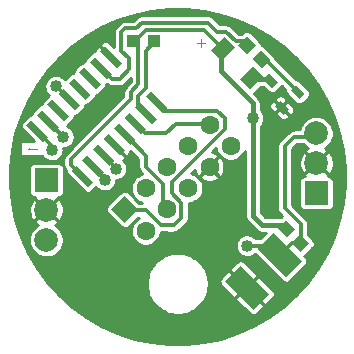
<source format=gbr>
G04 DipTrace 2.4.0.2*
%INBottom.gbr*%
%MOIN*%
%ADD10C,0.0098*%
%ADD14C,0.013*%
%ADD15C,0.0157*%
%ADD17C,0.0633*%
%ADD22C,0.0787*%
%ADD23C,0.04*%
%ADD43C,0.0046*%
%FSLAX44Y44*%
G04*
G70*
G90*
G75*
G01*
%LNBottom*%
%LPD*%
X9145Y12326D2*
D14*
Y12252D1*
X9355Y12042D1*
X11167D1*
X11417Y11792D1*
Y11417D1*
X9667Y9667D1*
Y9292D1*
X9980Y8980D1*
Y8479D1*
X9730Y8229D1*
X9292D1*
X8792Y8730D1*
X8109D1*
X8087Y8752D1*
X7417Y9730D2*
Y9811D1*
X7023Y10205D1*
X5667Y10730D2*
Y10855D1*
X5166Y11355D1*
X5520Y11708D2*
Y11689D1*
X6042Y11167D1*
X6670Y9851D2*
X6292Y10229D1*
Y10417D1*
X8292Y12417D1*
Y12667D1*
X8542Y12917D1*
Y14230D1*
X8395Y14377D1*
Y14333D1*
X8792Y14730D1*
X10730D1*
X11355Y14105D1*
X13480Y8104D2*
D15*
Y8229D1*
X12667D1*
X12355Y8542D1*
Y11792D1*
X11355Y14105D2*
X11292D1*
Y13355D1*
X12355Y12292D1*
Y11792D1*
X6227Y12415D2*
D14*
Y12420D1*
X5792Y12855D1*
X7288Y13476D2*
X7296D1*
X7667Y13105D1*
X7917D1*
X8229Y13417D1*
Y13793D1*
X7979Y14043D1*
Y14668D1*
X8104Y14793D1*
X8479D1*
X8667Y14980D1*
X10855D1*
X11167Y14668D1*
X11480D1*
X11792Y14355D1*
X12042D1*
X12167Y14230D1*
X9064Y14377D2*
Y14315D1*
X8792Y14043D1*
Y12792D1*
X8542Y12542D1*
Y12222D1*
X8791Y11973D1*
X11812Y10980D2*
X11705Y10873D1*
X11622D1*
X7792Y10105D2*
Y10143D1*
X7377Y10559D1*
X8084Y11266D2*
Y11250D1*
X8792Y10542D1*
Y10167D1*
X9355Y9605D1*
Y8898D1*
X9501Y8752D1*
X10915Y11580D2*
Y11605D1*
X9792D1*
X9480Y11292D1*
X8764D1*
X8438Y11619D1*
X13953Y7631D2*
X13655D1*
X13253Y7229D1*
X13953Y7631D2*
Y8256D1*
X13418Y8792D1*
Y10855D1*
X13730Y11167D1*
X14355D1*
X14480Y11292D1*
X13253Y7229D2*
Y7542D1*
X12167D1*
X13855Y12667D2*
X12766Y13757D1*
X12641D1*
X12950Y13043D2*
D15*
Y13105D1*
X12355D1*
X12315Y13145D1*
D23*
X6042Y11167D3*
X5667Y10730D3*
X7417Y9730D3*
X5792Y12855D3*
X12167Y7542D3*
X7542Y14668D3*
X8104Y9542D3*
X9855Y4604D3*
X7792Y10105D3*
X12355Y11792D3*
X13230Y11542D3*
X10542Y7917D3*
X12980Y8855D3*
X8808Y15326D2*
D10*
X10877D1*
X8370Y15229D2*
X11315D1*
X8071Y15132D2*
X8458D1*
X11064D2*
X11613D1*
X7793Y15035D2*
X8041D1*
X11161D2*
X11892D1*
X7576Y14937D2*
X7889D1*
X11258D2*
X12110D1*
X7358Y14840D2*
X7792D1*
X11667D2*
X12327D1*
X7179Y14743D2*
X7733D1*
X11765D2*
X12505D1*
X7012Y14646D2*
X7722D1*
X11862D2*
X12009D1*
X12299D2*
X12673D1*
X6842Y14549D2*
X7722D1*
X12396D2*
X12842D1*
X6703Y14452D2*
X7722D1*
X12493D2*
X12982D1*
X6569Y14355D2*
X7353D1*
X7539D2*
X7722D1*
X12590D2*
X13116D1*
X6435Y14258D2*
X7244D1*
X7648D2*
X7722D1*
X12648D2*
X13250D1*
X6307Y14161D2*
X7147D1*
X12783D2*
X13377D1*
X6200Y14063D2*
X7090D1*
X12880D2*
X13485D1*
X6092Y13966D2*
X6952D1*
X12979D2*
X13593D1*
X5984Y13869D2*
X6855D1*
X13076D2*
X13700D1*
X5881Y13772D2*
X6764D1*
X13123D2*
X13803D1*
X5794Y13675D2*
X6734D1*
X13208D2*
X13891D1*
X5706Y13578D2*
X6564D1*
X13305D2*
X13979D1*
X5618Y13481D2*
X6468D1*
X13402D2*
X14066D1*
X5531Y13384D2*
X6392D1*
X13500D2*
X14154D1*
X5457Y13287D2*
X6280D1*
X13597D2*
X14228D1*
X5386Y13189D2*
X5596D1*
X5987D2*
X6175D1*
X13694D2*
X14298D1*
X5315Y13092D2*
X5482D1*
X13791D2*
X14369D1*
X5245Y12995D2*
X5425D1*
X8168D2*
X8259D1*
X13977D2*
X14440D1*
X5174Y12898D2*
X5402D1*
X8064D2*
X8162D1*
X14074D2*
X14511D1*
X5117Y12801D2*
X5403D1*
X7438D2*
X8073D1*
X12588D2*
X12744D1*
X13269D2*
X13360D1*
X14171D2*
X14569D1*
X5060Y12704D2*
X5429D1*
X7341D2*
X8036D1*
X12491D2*
X12841D1*
X13172D2*
X13426D1*
X14260D2*
X14625D1*
X5005Y12607D2*
X5491D1*
X7238D2*
X8035D1*
X12420D2*
X13468D1*
X14284D2*
X14680D1*
X4948Y12510D2*
X5496D1*
X7124D2*
X8024D1*
X12517D2*
X13136D1*
X13405D2*
X13563D1*
X14254D2*
X14737D1*
X4892Y12412D2*
X5399D1*
X7050D2*
X7927D1*
X12597D2*
X13039D1*
X13502D2*
X13660D1*
X14161D2*
X14792D1*
X4845Y12315D2*
X5328D1*
X6953D2*
X7830D1*
X12625D2*
X12942D1*
X13598D2*
X13757D1*
X14064D2*
X14840D1*
X4802Y12218D2*
X5208D1*
X6782D2*
X7732D1*
X12626D2*
X12899D1*
X13695D2*
X14883D1*
X4759Y12121D2*
X5108D1*
X6752D2*
X7635D1*
X12626D2*
X12911D1*
X13752D2*
X14927D1*
X4716Y12024D2*
X5011D1*
X6661D2*
X7538D1*
X12670D2*
X12991D1*
X13746D2*
X14971D1*
X4671Y11927D2*
X4967D1*
X6564D2*
X7441D1*
X12723D2*
X13088D1*
X13675D2*
X15014D1*
X4631Y11830D2*
X4816D1*
X6424D2*
X7344D1*
X12746D2*
X13185D1*
X13578D2*
X14262D1*
X14698D2*
X15055D1*
X4599Y11733D2*
X4719D1*
X6370D2*
X7247D1*
X12743D2*
X13302D1*
X13462D2*
X14099D1*
X14863D2*
X15086D1*
X4568Y11636D2*
X4632D1*
X6273D2*
X7150D1*
X12714D2*
X14008D1*
X14953D2*
X15118D1*
X4536Y11538D2*
X4613D1*
X6164D2*
X7052D1*
X12651D2*
X13949D1*
X15012D2*
X15149D1*
X4503Y11441D2*
X4647D1*
X6320D2*
X6955D1*
X12626D2*
X13914D1*
X15047D2*
X15181D1*
X4473Y11344D2*
X4742D1*
X6392D2*
X6858D1*
X12626D2*
X13546D1*
X15064D2*
X15212D1*
X4445Y11247D2*
X4839D1*
X6426D2*
X6761D1*
X12626D2*
X13450D1*
X15066D2*
X15240D1*
X4425Y11150D2*
X4936D1*
X6433D2*
X6664D1*
X12626D2*
X13353D1*
X15049D2*
X15260D1*
X4405Y11053D2*
X5033D1*
X6416D2*
X6567D1*
X12626D2*
X13256D1*
X15015D2*
X15281D1*
X4383Y10956D2*
X4574D1*
X6370D2*
X6471D1*
X12626D2*
X13182D1*
X14958D2*
X15301D1*
X4363Y10859D2*
X4574D1*
X6278D2*
X6372D1*
X12626D2*
X13160D1*
X13781D2*
X14089D1*
X14870D2*
X15321D1*
X4342Y10762D2*
X4574D1*
X6058D2*
X6275D1*
X12626D2*
X13160D1*
X13685D2*
X14135D1*
X14824D2*
X15343D1*
X4328Y10664D2*
X4574D1*
X6054D2*
X6178D1*
X11026D2*
X11158D1*
X12626D2*
X13160D1*
X13675D2*
X14029D1*
X14930D2*
X15358D1*
X4317Y10567D2*
X4574D1*
X6023D2*
X6085D1*
X8211D2*
X8407D1*
X12027D2*
X12084D1*
X12626D2*
X13160D1*
X13675D2*
X13963D1*
X14996D2*
X15367D1*
X4306Y10470D2*
X5376D1*
X5958D2*
X6040D1*
X8114D2*
X8504D1*
X11928D2*
X12084D1*
X12626D2*
X13160D1*
X13675D2*
X13922D1*
X15038D2*
X15378D1*
X4297Y10373D2*
X5517D1*
X5817D2*
X6034D1*
X8074D2*
X8534D1*
X11379D2*
X12084D1*
X12626D2*
X13160D1*
X13675D2*
X13899D1*
X15061D2*
X15389D1*
X4286Y10276D2*
X4976D1*
X5983D2*
X6034D1*
X8144D2*
X8534D1*
X11412D2*
X12084D1*
X12626D2*
X13160D1*
X13675D2*
X13894D1*
X15067D2*
X15398D1*
X4276Y10179D2*
X4902D1*
X8177D2*
X8534D1*
X11424D2*
X12084D1*
X12626D2*
X13160D1*
X13675D2*
X13905D1*
X15055D2*
X15409D1*
X4273Y10082D2*
X4893D1*
X8184D2*
X8550D1*
X11418D2*
X12084D1*
X12626D2*
X13160D1*
X13675D2*
X13934D1*
X15027D2*
X15413D1*
X4273Y9985D2*
X4893D1*
X6066D2*
X6126D1*
X8165D2*
X8614D1*
X10346D2*
X10440D1*
X11390D2*
X12084D1*
X12626D2*
X13160D1*
X13675D2*
X13982D1*
X14978D2*
X15413D1*
X4273Y9888D2*
X4893D1*
X6066D2*
X6198D1*
X8117D2*
X8528D1*
X11339D2*
X12084D1*
X12626D2*
X13160D1*
X13675D2*
X14059D1*
X14901D2*
X15413D1*
X4273Y9790D2*
X4893D1*
X6066D2*
X6295D1*
X8020D2*
X8410D1*
X11255D2*
X12084D1*
X12626D2*
X13160D1*
X13675D2*
X13926D1*
X15033D2*
X15413D1*
X4273Y9693D2*
X4893D1*
X6066D2*
X6392D1*
X7808D2*
X8344D1*
X10658D2*
X10743D1*
X11087D2*
X12084D1*
X12626D2*
X13160D1*
X13675D2*
X13894D1*
X15067D2*
X15413D1*
X4273Y9596D2*
X4893D1*
X6066D2*
X6489D1*
X7785D2*
X8304D1*
X10698D2*
X12084D1*
X12626D2*
X13160D1*
X13675D2*
X13894D1*
X15067D2*
X15413D1*
X4277Y9499D2*
X4893D1*
X6066D2*
X6586D1*
X7733D2*
X8285D1*
X10715D2*
X12084D1*
X12626D2*
X13160D1*
X13675D2*
X13894D1*
X15067D2*
X15407D1*
X4288Y9402D2*
X4893D1*
X6066D2*
X6683D1*
X7045D2*
X7209D1*
X7625D2*
X8288D1*
X10713D2*
X12084D1*
X12626D2*
X13160D1*
X13675D2*
X13894D1*
X15067D2*
X15398D1*
X4297Y9305D2*
X4896D1*
X6063D2*
X7924D1*
X8250D2*
X8308D1*
X10693D2*
X12084D1*
X12626D2*
X13160D1*
X13675D2*
X13894D1*
X15067D2*
X15387D1*
X4308Y9208D2*
X4945D1*
X6014D2*
X7827D1*
X10650D2*
X12084D1*
X12626D2*
X13160D1*
X13675D2*
X13894D1*
X15067D2*
X15377D1*
X4317Y9111D2*
X5037D1*
X5921D2*
X7730D1*
X10576D2*
X12084D1*
X12626D2*
X13160D1*
X13675D2*
X13894D1*
X15067D2*
X15367D1*
X4328Y9014D2*
X4968D1*
X5990D2*
X7632D1*
X10444D2*
X12084D1*
X12626D2*
X13160D1*
X13675D2*
X13894D1*
X15067D2*
X15357D1*
X4343Y8916D2*
X4923D1*
X6035D2*
X7535D1*
X10238D2*
X12084D1*
X12626D2*
X13160D1*
X13675D2*
X13894D1*
X15067D2*
X15341D1*
X4365Y8819D2*
X4900D1*
X6058D2*
X7459D1*
X10238D2*
X12084D1*
X12626D2*
X13160D1*
X13751D2*
X13911D1*
X15049D2*
X15320D1*
X4385Y8722D2*
X4893D1*
X6066D2*
X7449D1*
X10238D2*
X12084D1*
X12626D2*
X13170D1*
X13848D2*
X14028D1*
X14933D2*
X15300D1*
X4406Y8625D2*
X4902D1*
X6057D2*
X7496D1*
X10238D2*
X12084D1*
X12651D2*
X13225D1*
X13944D2*
X15280D1*
X4426Y8528D2*
X4930D1*
X6029D2*
X7593D1*
X10238D2*
X12084D1*
X12750D2*
X13320D1*
X14041D2*
X15258D1*
X4446Y8431D2*
X4976D1*
X5983D2*
X7692D1*
X10232D2*
X12109D1*
X14140D2*
X15238D1*
X4474Y8334D2*
X5050D1*
X5909D2*
X7789D1*
X10190D2*
X12184D1*
X14198D2*
X15210D1*
X4506Y8237D2*
X5170D1*
X5789D2*
X7885D1*
X10097D2*
X12281D1*
X14211D2*
X15178D1*
X4537Y8140D2*
X5063D1*
X5895D2*
X7996D1*
X8177D2*
X8293D1*
X10000D2*
X12378D1*
X14211D2*
X15147D1*
X4569Y8042D2*
X4985D1*
X5974D2*
X8284D1*
X9903D2*
X12475D1*
X14211D2*
X15115D1*
X4602Y7945D2*
X4934D1*
X6024D2*
X8295D1*
X9294D2*
X12754D1*
X14211D2*
X15084D1*
X4633Y7848D2*
X4905D1*
X6054D2*
X8325D1*
X9263D2*
X11927D1*
X12407D2*
X12658D1*
X14283D2*
X15052D1*
X4674Y7751D2*
X4893D1*
X6066D2*
X8379D1*
X9208D2*
X11836D1*
X14380D2*
X15011D1*
X4719Y7654D2*
X4897D1*
X6061D2*
X8473D1*
X9115D2*
X11792D1*
X14435D2*
X14967D1*
X4762Y7557D2*
X4919D1*
X6040D2*
X8676D1*
X8912D2*
X11775D1*
X14427D2*
X14924D1*
X4805Y7460D2*
X4960D1*
X5998D2*
X11784D1*
X14357D2*
X14880D1*
X4848Y7363D2*
X5025D1*
X5934D2*
X11819D1*
X14260D2*
X14837D1*
X4895Y7266D2*
X5126D1*
X5832D2*
X9568D1*
X10141D2*
X11893D1*
X14163D2*
X14789D1*
X4952Y7168D2*
X5336D1*
X5621D2*
X9334D1*
X10375D2*
X12073D1*
X12262D2*
X12516D1*
X14112D2*
X14732D1*
X5008Y7071D2*
X9193D1*
X10516D2*
X12613D1*
X14177D2*
X14677D1*
X5065Y6974D2*
X9088D1*
X10621D2*
X11782D1*
X12134D2*
X12711D1*
X14178D2*
X14620D1*
X5120Y6877D2*
X9008D1*
X10701D2*
X11686D1*
X12231D2*
X12808D1*
X14115D2*
X14565D1*
X5180Y6780D2*
X8945D1*
X10764D2*
X11589D1*
X12328D2*
X12905D1*
X14018D2*
X14506D1*
X5251Y6683D2*
X8897D1*
X10813D2*
X11492D1*
X12425D2*
X13002D1*
X13921D2*
X14435D1*
X5320Y6586D2*
X8860D1*
X10849D2*
X11395D1*
X12523D2*
X13099D1*
X13824D2*
X14365D1*
X5391Y6489D2*
X8834D1*
X10875D2*
X11297D1*
X12620D2*
X13196D1*
X13728D2*
X14294D1*
X5461Y6392D2*
X8817D1*
X10892D2*
X11241D1*
X12717D2*
X13293D1*
X13631D2*
X14223D1*
X5538Y6294D2*
X8811D1*
X10899D2*
X11246D1*
X12814D2*
X14148D1*
X5624Y6197D2*
X8813D1*
X10896D2*
X11317D1*
X12911D2*
X14060D1*
X5712Y6100D2*
X8824D1*
X10886D2*
X11413D1*
X13008D2*
X13972D1*
X5800Y6003D2*
X8845D1*
X10864D2*
X11510D1*
X13085D2*
X13885D1*
X5887Y5906D2*
X8876D1*
X10833D2*
X11607D1*
X13096D2*
X13797D1*
X5992Y5809D2*
X8917D1*
X10792D2*
X11704D1*
X13048D2*
X13693D1*
X6100Y5712D2*
X8973D1*
X10736D2*
X11802D1*
X12951D2*
X13585D1*
X6207Y5615D2*
X9043D1*
X10666D2*
X11899D1*
X12854D2*
X13477D1*
X6315Y5517D2*
X9133D1*
X10576D2*
X11996D1*
X12756D2*
X13370D1*
X6444Y5420D2*
X9253D1*
X10457D2*
X12093D1*
X12659D2*
X13240D1*
X6578Y5323D2*
X9423D1*
X10286D2*
X12190D1*
X12562D2*
X13107D1*
X6712Y5226D2*
X12333D1*
X12420D2*
X12973D1*
X6855Y5129D2*
X12830D1*
X7024Y5032D2*
X12662D1*
X7192Y4935D2*
X12493D1*
X7373Y4838D2*
X12312D1*
X7591Y4741D2*
X12093D1*
X7810Y4643D2*
X11876D1*
X8093Y4546D2*
X11592D1*
X8391Y4449D2*
X11293D1*
X8842Y4352D2*
X10843D1*
X14077Y7193D2*
X14120Y7150D1*
X14150Y7111D1*
X14168Y7065D1*
X14174Y7017D1*
X14166Y6968D1*
X14142Y6917D1*
X14085Y6856D1*
X13591Y6362D1*
X13552Y6332D1*
X13507Y6314D1*
X13458Y6309D1*
X13410Y6316D1*
X13358Y6341D1*
X13298Y6397D1*
X12431Y7264D1*
X12365Y7214D1*
X12322Y7191D1*
X12275Y7174D1*
X12228Y7164D1*
X12179Y7159D1*
X12129Y7161D1*
X12081Y7169D1*
X12034Y7183D1*
X11989Y7203D1*
X11947Y7229D1*
X11909Y7259D1*
X11875Y7295D1*
X11845Y7334D1*
X11821Y7377D1*
X11803Y7423D1*
X11791Y7471D1*
X11785Y7520D1*
Y7569D1*
X11792Y7617D1*
X11805Y7665D1*
X11823Y7710D1*
X11848Y7753D1*
X11877Y7792D1*
X11912Y7827D1*
X11951Y7858D1*
X11993Y7883D1*
X12038Y7902D1*
X12085Y7916D1*
X12134Y7923D1*
X12183Y7925D1*
X12232Y7919D1*
X12280Y7908D1*
X12326Y7891D1*
X12369Y7867D1*
X12409Y7839D1*
X12458Y7790D1*
X12609D1*
X12785Y7967D1*
X12667Y7968D1*
X12618Y7972D1*
X12571Y7986D1*
X12527Y8008D1*
X12482Y8044D1*
X12170Y8357D1*
X12138Y8395D1*
X12115Y8438D1*
X12099Y8484D1*
X12093Y8542D1*
Y10706D1*
X12062Y10637D1*
X12008Y10555D1*
X11938Y10486D1*
X11856Y10431D1*
X11765Y10394D1*
X11669Y10375D1*
X11570Y10376D1*
X11474Y10396D1*
X11384Y10434D1*
X11302Y10489D1*
X11233Y10559D1*
X11179Y10641D1*
X11143Y10732D1*
X11131Y10782D1*
X11007Y10656D1*
X11040Y10650D1*
X11105Y10628D1*
X11167Y10597D1*
X11224Y10559D1*
X11275Y10512D1*
X11319Y10460D1*
X11356Y10401D1*
X11384Y10339D1*
X11403Y10273D1*
X11413Y10204D1*
X11414Y10136D1*
X11405Y10068D1*
X11387Y10002D1*
X11360Y9938D1*
X11324Y9879D1*
X11281Y9826D1*
X11231Y9779D1*
X11175Y9739D1*
X11114Y9707D1*
X11049Y9684D1*
X10981Y9671D1*
X10912Y9666D1*
X10844Y9671D1*
X10776Y9686D1*
X10712Y9709D1*
X10651Y9742D1*
X10595Y9782D1*
X10545Y9830D1*
X10503Y9884D1*
X10468Y9943D1*
X10442Y10006D1*
X10424Y10073D1*
X10300Y9949D1*
X10361Y9934D1*
X10451Y9895D1*
X10532Y9839D1*
X10600Y9768D1*
X10653Y9686D1*
X10689Y9594D1*
X10706Y9497D1*
X10705Y9409D1*
X10686Y9313D1*
X10648Y9222D1*
X10593Y9141D1*
X10524Y9071D1*
X10442Y9017D1*
X10351Y8980D1*
X10254Y8961D1*
X10228Y8960D1*
Y8479D1*
X10223Y8431D1*
X10208Y8384D1*
X10185Y8340D1*
X10155Y8304D1*
X9905Y8054D1*
X9867Y8023D1*
X9824Y8000D1*
X9776Y7986D1*
X9730Y7981D1*
X9291Y7982D1*
X9272Y7899D1*
X9234Y7808D1*
X9179Y7727D1*
X9110Y7657D1*
X9028Y7603D1*
X8937Y7566D1*
X8840Y7547D1*
X8742D1*
X8646Y7567D1*
X8555Y7605D1*
X8474Y7661D1*
X8405Y7731D1*
X8351Y7813D1*
X8314Y7904D1*
X8296Y8000D1*
X8297Y8099D1*
X8317Y8195D1*
X8356Y8285D1*
X8412Y8366D1*
X8482Y8435D1*
X8553Y8481D1*
X8523D1*
X8216Y8174D1*
X8177Y8145D1*
X8132Y8126D1*
X8083Y8121D1*
X8034Y8128D1*
X7983Y8153D1*
X7922Y8209D1*
X7510Y8622D1*
X7480Y8661D1*
X7462Y8707D1*
X7456Y8755D1*
X7464Y8804D1*
X7488Y8855D1*
X7544Y8916D1*
X7957Y9329D1*
X7996Y9358D1*
X8042Y9377D1*
X8090Y9382D1*
X8139Y9375D1*
X8190Y9350D1*
X8251Y9294D1*
X8567Y8977D1*
X8661Y8978D1*
X8600Y8998D1*
X8513Y9045D1*
X8438Y9108D1*
X8376Y9185D1*
X8330Y9272D1*
X8303Y9366D1*
X8294Y9464D1*
X8305Y9562D1*
X8334Y9655D1*
X8382Y9741D1*
X8445Y9816D1*
X8522Y9878D1*
X8609Y9923D1*
X8666Y9941D1*
X8617Y9992D1*
X8586Y10030D1*
X8562Y10073D1*
X8548Y10120D1*
X8544Y10167D1*
Y10439D1*
X8275Y10706D1*
X8268Y10667D1*
X8254Y10631D1*
X8231Y10598D1*
X8048Y10414D1*
X8034Y10402D1*
X8070Y10368D1*
X8101Y10331D1*
X8128Y10289D1*
X8149Y10244D1*
X8164Y10198D1*
X8172Y10149D1*
X8175Y10105D1*
X8172Y10056D1*
X8162Y10007D1*
X8147Y9961D1*
X8126Y9916D1*
X8099Y9875D1*
X8067Y9838D1*
X8030Y9805D1*
X7990Y9777D1*
X7946Y9754D1*
X7900Y9737D1*
X7852Y9726D1*
X7798Y9722D1*
X7797Y9681D1*
X7787Y9632D1*
X7772Y9586D1*
X7750Y9541D1*
X7724Y9500D1*
X7692Y9463D1*
X7655Y9430D1*
X7615Y9402D1*
X7571Y9379D1*
X7525Y9362D1*
X7477Y9351D1*
X7428Y9347D1*
X7379Y9348D1*
X7330Y9356D1*
X7283Y9371D1*
X7238Y9391D1*
X7196Y9416D1*
X7158Y9447D1*
X7121Y9486D1*
X6994Y9360D1*
X6955Y9330D1*
X6910Y9312D1*
X6861Y9306D1*
X6812Y9314D1*
X6761Y9339D1*
X6700Y9395D1*
X6178Y9917D1*
X6149Y9956D1*
X6129Y10010D1*
X6116Y10054D1*
X6085Y10092D1*
X6062Y10135D1*
X6048Y10183D1*
X6044Y10229D1*
Y10417D1*
X6049Y10466D1*
X6063Y10513D1*
X6086Y10556D1*
X6116Y10593D1*
X8044Y12521D1*
Y12667D1*
X8049Y12716D1*
X8063Y12763D1*
X8087Y12806D1*
X8117Y12843D1*
X8294Y13020D1*
Y13131D1*
X8092Y12930D1*
X8054Y12898D1*
X8011Y12875D1*
X7964Y12861D1*
X7917Y12857D1*
X7667D1*
X7618Y12862D1*
X7571Y12876D1*
X7528Y12900D1*
X7490Y12931D1*
X7479Y12924D1*
X7472Y12875D1*
X7447Y12824D1*
X7391Y12763D1*
X7259Y12631D1*
X7220Y12601D1*
X7165Y12581D1*
X7126Y12570D1*
X7118Y12522D1*
X7094Y12471D1*
X7037Y12410D1*
X6905Y12278D1*
X6866Y12248D1*
X6811Y12228D1*
X6772Y12217D1*
X6764Y12168D1*
X6740Y12117D1*
X6684Y12056D1*
X6551Y11924D1*
X6512Y11894D1*
X6458Y11874D1*
X6419Y11863D1*
X6411Y11815D1*
X6386Y11763D1*
X6330Y11703D1*
X6198Y11570D1*
X6151Y11537D1*
X6200Y11516D1*
X6244Y11493D1*
X6284Y11464D1*
X6320Y11431D1*
X6351Y11393D1*
X6378Y11352D1*
X6398Y11307D1*
X6413Y11260D1*
X6422Y11212D1*
X6425Y11167D1*
X6422Y11118D1*
X6412Y11070D1*
X6397Y11023D1*
X6375Y10979D1*
X6348Y10938D1*
X6317Y10900D1*
X6280Y10867D1*
X6240Y10839D1*
X6196Y10817D1*
X6150Y10800D1*
X6102Y10789D1*
X6045Y10785D1*
X6050Y10730D1*
X6047Y10681D1*
X6037Y10632D1*
X6022Y10586D1*
X6000Y10541D1*
X5973Y10500D1*
X5941Y10463D1*
X5905Y10430D1*
X5865Y10402D1*
X5821Y10379D1*
X5775Y10362D1*
X5727Y10351D1*
X5678Y10347D1*
X5629Y10349D1*
X5580Y10357D1*
X5533Y10371D1*
X5488Y10391D1*
X5446Y10416D1*
X5408Y10447D1*
X5374Y10483D1*
X5332Y10545D1*
X4585Y10544D1*
Y11029D1*
X5066D1*
X4675Y11420D1*
X4645Y11459D1*
X4627Y11505D1*
X4622Y11553D1*
X4629Y11602D1*
X4654Y11653D1*
X4710Y11714D1*
X4842Y11846D1*
X4881Y11876D1*
X4936Y11896D1*
X4975Y11907D1*
X4983Y11955D1*
X5007Y12007D1*
X5063Y12067D1*
X5196Y12200D1*
X5235Y12229D1*
X5289Y12249D1*
X5329Y12261D1*
X5336Y12309D1*
X5361Y12360D1*
X5417Y12421D1*
X5550Y12554D1*
X5499Y12608D1*
X5470Y12648D1*
X5446Y12690D1*
X5428Y12736D1*
X5415Y12784D1*
X5409Y12833D1*
X5410Y12882D1*
X5416Y12931D1*
X5429Y12978D1*
X5448Y13023D1*
X5472Y13066D1*
X5502Y13105D1*
X5536Y13140D1*
X5575Y13171D1*
X5617Y13196D1*
X5662Y13216D1*
X5710Y13229D1*
X5758Y13237D1*
X5807Y13238D1*
X5856Y13233D1*
X5904Y13221D1*
X5950Y13204D1*
X5993Y13181D1*
X6034Y13152D1*
X6070Y13119D1*
X6090Y13094D1*
X6256Y13260D1*
X6295Y13290D1*
X6350Y13310D1*
X6389Y13321D1*
X6397Y13370D1*
X6421Y13421D1*
X6478Y13482D1*
X6610Y13614D1*
X6649Y13644D1*
X6704Y13664D1*
X6743Y13675D1*
X6750Y13723D1*
X6775Y13774D1*
X6831Y13835D1*
X6963Y13967D1*
X7002Y13997D1*
X7057Y14017D1*
X7096Y14026D1*
X7101Y14065D1*
X7114Y14102D1*
X7134Y14136D1*
X7199Y14203D1*
X7339Y14340D1*
X7374Y14359D1*
X7411Y14371D1*
X7450Y14375D1*
X7489Y14370D1*
X7526Y14356D1*
X7560Y14335D1*
X7652Y14244D1*
X7731Y14165D1*
Y14668D1*
X7736Y14717D1*
X7751Y14763D1*
X7774Y14807D1*
X7804Y14843D1*
X7929Y14968D1*
X7967Y14999D1*
X8010Y15022D1*
X8058Y15036D1*
X8104Y15041D1*
X8377D1*
X8492Y15156D1*
X8530Y15187D1*
X8573Y15210D1*
X8620Y15224D1*
X8667Y15228D1*
X10855D1*
X10904Y15223D1*
X10951Y15209D1*
X10994Y15186D1*
X11030Y15156D1*
X11270Y14915D1*
X11480Y14916D1*
X11529Y14911D1*
X11576Y14896D1*
X11619Y14873D1*
X11655Y14843D1*
X11896Y14603D1*
X11975D1*
X12024Y14652D1*
X12063Y14682D1*
X12109Y14700D1*
X12157Y14705D1*
X12206Y14698D1*
X12257Y14673D1*
X12318Y14617D1*
X12589Y14346D1*
X12619Y14307D1*
X12639Y14252D1*
X12679Y14225D1*
X12730Y14200D1*
X12791Y14144D1*
X13062Y13872D1*
X13092Y13833D1*
X13112Y13779D1*
X13150Y13723D1*
X13786Y13087D1*
X13852Y13079D1*
X13903Y13055D1*
X13964Y12999D1*
X14221Y12741D1*
X14251Y12702D1*
X14269Y12657D1*
X14275Y12608D1*
X14267Y12559D1*
X14243Y12508D1*
X14186Y12447D1*
X14040Y12301D1*
X14001Y12272D1*
X13956Y12253D1*
X13907Y12248D1*
X13858Y12255D1*
X13807Y12280D1*
X13746Y12336D1*
X13489Y12594D1*
X13459Y12633D1*
X13441Y12678D1*
X13436Y12736D1*
X13315Y12856D1*
X13135Y12677D1*
X13096Y12647D1*
X13051Y12629D1*
X13002Y12624D1*
X12954Y12631D1*
X12902Y12656D1*
X12842Y12712D1*
X12710Y12844D1*
X12620Y12843D1*
X12397Y12619D1*
X12540Y12478D1*
X12571Y12440D1*
X12595Y12397D1*
X12610Y12350D1*
X12617Y12292D1*
Y12072D1*
X12664Y12018D1*
X12691Y11977D1*
X12712Y11932D1*
X12727Y11885D1*
X12735Y11837D1*
X12738Y11792D1*
X12735Y11743D1*
X12725Y11695D1*
X12710Y11648D1*
X12688Y11604D1*
X12662Y11563D1*
X12617Y11514D1*
Y8650D1*
X12776Y8491D1*
X13302D1*
X13336Y8525D1*
X13242Y8617D1*
X13211Y8655D1*
X13188Y8698D1*
X13174Y8745D1*
X13169Y8792D1*
Y10855D1*
X13174Y10904D1*
X13189Y10951D1*
X13212Y10994D1*
X13242Y11030D1*
X13555Y11343D1*
X13593Y11374D1*
X13636Y11397D1*
X13683Y11411D1*
X13730Y11415D1*
X13916D1*
X13940Y11493D1*
X13982Y11582D1*
X14038Y11663D1*
X14108Y11732D1*
X14188Y11789D1*
X14276Y11832D1*
X14371Y11858D1*
X14469Y11869D1*
X14567Y11862D1*
X14663Y11839D1*
X14753Y11800D1*
X14835Y11747D1*
X14907Y11680D1*
X14967Y11602D1*
X15012Y11514D1*
X15042Y11421D1*
X15056Y11323D1*
X15055Y11243D1*
X15038Y11146D1*
X15005Y11053D1*
X14957Y10968D1*
X14895Y10891D1*
X14821Y10827D1*
X14768Y10793D1*
X14835Y10747D1*
X14894Y10694D1*
X14945Y10634D1*
X14987Y10568D1*
X15020Y10496D1*
X15042Y10421D1*
X15055Y10343D1*
X15057Y10272D1*
X15049Y10194D1*
X15030Y10118D1*
X15001Y10044D1*
X14962Y9976D1*
X14915Y9913D1*
X14872Y9869D1*
X14922Y9862D1*
X14968Y9843D1*
X15006Y9812D1*
X15035Y9773D1*
X15054Y9719D1*
X15057Y9637D1*
Y8898D1*
X15050Y8850D1*
X15031Y8805D1*
X15000Y8766D1*
X14961Y8737D1*
X14907Y8718D1*
X14825Y8715D1*
X14086D1*
X14038Y8722D1*
X13993Y8741D1*
X13954Y8772D1*
X13925Y8811D1*
X13906Y8865D1*
X13903Y8948D1*
Y9686D1*
X13910Y9734D1*
X13929Y9780D1*
X13960Y9818D1*
X13999Y9847D1*
X14053Y9866D1*
X14087Y9870D1*
X14033Y9927D1*
X13988Y9992D1*
X13951Y10061D1*
X13925Y10136D1*
X13909Y10213D1*
X13903Y10291D1*
X13909Y10370D1*
X13924Y10447D1*
X13951Y10521D1*
X13987Y10591D1*
X14032Y10655D1*
X14086Y10713D1*
X14146Y10763D1*
X14193Y10792D1*
X14132Y10832D1*
X14059Y10898D1*
X14040Y10920D1*
X13834Y10919D1*
X13665Y10752D1*
X13666Y8894D1*
X14129Y8432D1*
X14160Y8394D1*
X14183Y8350D1*
X14197Y8303D1*
X14201Y8256D1*
Y7919D1*
X14375Y7747D1*
X14405Y7708D1*
X14423Y7662D1*
X14429Y7613D1*
X14421Y7565D1*
X14397Y7514D1*
X14340Y7453D1*
X14090Y7203D1*
X14154Y7104D1*
X14170Y7058D1*
X14174Y7009D1*
X14164Y6961D1*
X14142Y6917D1*
X12095Y7004D2*
X13054Y6042D1*
X13073Y6008D1*
X13085Y5970D1*
X13088Y5931D1*
X13083Y5892D1*
X13070Y5855D1*
X13049Y5822D1*
X12958Y5729D1*
X12483Y5257D1*
X12449Y5238D1*
X12411Y5226D1*
X12372Y5223D1*
X12333Y5228D1*
X12296Y5241D1*
X12263Y5262D1*
X12170Y5353D1*
X11281Y6245D1*
X11262Y6280D1*
X11250Y6317D1*
X11247Y6356D1*
X11252Y6395D1*
X11265Y6432D1*
X11286Y6466D1*
X11377Y6558D1*
X11852Y7030D1*
X11886Y7049D1*
X11923Y7061D1*
X11962Y7064D1*
X12001Y7059D1*
X12038Y7046D1*
X12072Y7025D1*
X12095Y7004D1*
X10888Y6219D2*
X10879Y6121D1*
X10860Y6025D1*
X10833Y5930D1*
X10796Y5839D1*
X10751Y5751D1*
X10698Y5669D1*
X10637Y5591D1*
X10569Y5520D1*
X10495Y5456D1*
X10415Y5398D1*
X10330Y5349D1*
X10240Y5308D1*
X10147Y5276D1*
X10052Y5253D1*
X9954Y5238D1*
X9856Y5234D1*
X9758Y5238D1*
X9660Y5252D1*
X9565Y5275D1*
X9472Y5307D1*
X9382Y5348D1*
X9297Y5397D1*
X9217Y5454D1*
X9142Y5518D1*
X9074Y5589D1*
X9013Y5666D1*
X8960Y5749D1*
X8914Y5836D1*
X8878Y5928D1*
X8850Y6022D1*
X8831Y6119D1*
X8821Y6216D1*
Y6315D1*
X8830Y6413D1*
X8848Y6509D1*
X8876Y6604D1*
X8912Y6695D1*
X8957Y6783D1*
X9010Y6866D1*
X9070Y6943D1*
X9138Y7015D1*
X9212Y7080D1*
X9292Y7137D1*
X9377Y7186D1*
X9467Y7228D1*
X9559Y7260D1*
X9655Y7284D1*
X9752Y7298D1*
X9851Y7303D1*
X9949Y7299D1*
X10046Y7285D1*
X10142Y7263D1*
X10235Y7231D1*
X10325Y7190D1*
X10410Y7142D1*
X10491Y7085D1*
X10565Y7021D1*
X10633Y6950D1*
X10695Y6873D1*
X10748Y6790D1*
X10794Y6703D1*
X10831Y6612D1*
X10859Y6518D1*
X10878Y6421D1*
X10888Y6323D1*
Y6219D1*
X13685Y11946D2*
X13489Y11753D1*
X13455Y11734D1*
X13417Y11722D1*
X13378Y11719D1*
X13339Y11724D1*
X13302Y11737D1*
X13269Y11758D1*
X13176Y11849D1*
X12941Y12087D1*
X12922Y12121D1*
X12910Y12159D1*
X12906Y12198D1*
X12911Y12237D1*
X12925Y12274D1*
X12946Y12307D1*
X13037Y12400D1*
X13163Y12524D1*
X13198Y12543D1*
X13235Y12555D1*
X13274Y12558D1*
X13313Y12553D1*
X13350Y12540D1*
X13384Y12519D1*
X13476Y12428D1*
X13711Y12190D1*
X13731Y12156D1*
X13742Y12118D1*
X13746Y12079D1*
X13741Y12040D1*
X13727Y12003D1*
X13707Y11970D1*
X13685Y11946D1*
X4902Y9385D2*
Y10123D1*
X4909Y10172D1*
X4928Y10217D1*
X4959Y10255D1*
X4998Y10284D1*
X5052Y10303D1*
X5135Y10306D1*
X5873D1*
X5921Y10300D1*
X5967Y10280D1*
X6005Y10250D1*
X6034Y10210D1*
X6053Y10157D1*
X6056Y10074D1*
Y9336D1*
X6049Y9287D1*
X6030Y9242D1*
X6000Y9204D1*
X5960Y9175D1*
X5906Y9156D1*
X5872Y9152D1*
X5926Y9095D1*
X5971Y9031D1*
X6007Y8961D1*
X6034Y8887D1*
X6050Y8810D1*
X6056Y8731D1*
X6052Y8661D1*
X6037Y8583D1*
X6012Y8509D1*
X5977Y8438D1*
X5933Y8373D1*
X5880Y8315D1*
X5820Y8264D1*
X5767Y8230D1*
X5834Y8184D1*
X5906Y8117D1*
X5966Y8039D1*
X6011Y7952D1*
X6041Y7858D1*
X6055Y7761D1*
X6054Y7680D1*
X6037Y7583D1*
X6004Y7491D1*
X5956Y7405D1*
X5894Y7329D1*
X5820Y7264D1*
X5736Y7213D1*
X5645Y7177D1*
X5548Y7157D1*
X5450Y7153D1*
X5353Y7167D1*
X5259Y7196D1*
X5172Y7242D1*
X5093Y7301D1*
X5026Y7373D1*
X4972Y7455D1*
X4933Y7545D1*
X4909Y7640D1*
X4902Y7738D1*
X4912Y7836D1*
X4939Y7931D1*
X4981Y8020D1*
X5037Y8100D1*
X5107Y8170D1*
X5187Y8227D1*
X5191Y8229D1*
X5131Y8270D1*
X5072Y8321D1*
X5020Y8380D1*
X4977Y8446D1*
X4943Y8517D1*
X4919Y8592D1*
X4906Y8670D1*
X4903Y8748D1*
X4911Y8826D1*
X4929Y8903D1*
X4958Y8976D1*
X4996Y9045D1*
X5044Y9108D1*
X5088Y9153D1*
X5037Y9159D1*
X4992Y9179D1*
X4953Y9209D1*
X4924Y9249D1*
X4906Y9302D1*
X4902Y9385D1*
X5890Y5892D2*
X6327Y5499D1*
X6800Y5155D1*
X7306Y4863D1*
X7841Y4625D1*
X8397Y4444D1*
X8969Y4323D1*
X9551Y4262D1*
X10136D1*
X10718Y4323D1*
X11290Y4445D1*
X11846Y4626D1*
X12380Y4864D1*
X12887Y5156D1*
X13360Y5500D1*
X13795Y5892D1*
X14186Y6327D1*
X14530Y6800D1*
X14822Y7306D1*
X15060Y7841D1*
X15241Y8397D1*
X15362Y8969D1*
X15423Y9551D1*
Y10136D1*
X15362Y10718D1*
X15240Y11290D1*
X15059Y11846D1*
X14821Y12380D1*
X14529Y12887D1*
X14185Y13360D1*
X13793Y13795D1*
X13358Y14186D1*
X12885Y14530D1*
X12379Y14822D1*
X11844Y15060D1*
X11288Y15241D1*
X10716Y15362D1*
X10134Y15423D1*
X9549D1*
X8967Y15362D1*
X8395Y15240D1*
X7839Y15059D1*
X7305Y14821D1*
X6798Y14529D1*
X6325Y14185D1*
X5890Y13793D1*
X5499Y13358D1*
X5155Y12885D1*
X4863Y12379D1*
X4625Y11844D1*
X4444Y11288D1*
X4323Y10716D1*
X4262Y10134D1*
Y9549D1*
X4323Y8967D1*
X4445Y8395D1*
X4626Y7839D1*
X4864Y7305D1*
X5156Y6798D1*
X5500Y6325D1*
X5892Y5890D1*
X11565Y6746D2*
D14*
X12770Y5541D1*
X12561Y6538D2*
X11773Y5750D1*
X10915Y10166D2*
X11268Y9813D1*
Y10519D2*
X10562Y9813D1*
X13051Y12414D2*
X13602Y11863D1*
X13546Y12358D2*
X13106Y11919D1*
X7234Y14237D2*
X7641Y13830D1*
X7730Y10912D2*
X8138Y10504D1*
X14072Y10700D2*
X14888Y9884D1*
Y10700D2*
X14072Y9884D1*
X5071Y9137D2*
X5887Y8322D1*
Y9137D2*
X5071Y8322D1*
G36*
X13044Y7967D2*
X13991Y7021D1*
X13462Y6492D1*
X12515Y7438D1*
X13044Y7967D1*
G37*
G36*
X11959Y6881D2*
X12905Y5935D1*
X12376Y5406D1*
X11430Y6352D1*
X11959Y6881D1*
G37*
G36*
X7639Y8752D2*
X8087Y9199D1*
X8534Y8752D1*
X8087Y8304D1*
X7639Y8752D1*
G37*
D17*
X8794Y8044D3*
Y9459D3*
X9501Y8752D3*
Y10166D3*
X10208Y9459D3*
Y10873D3*
X10915Y10166D3*
Y11580D3*
X11622Y10873D3*
G36*
X10958Y14056D2*
X11403Y14502D1*
X11751Y14154D1*
X11306Y13708D1*
X10958Y14056D1*
G37*
G36*
X11919Y13096D2*
X12364Y13541D1*
X12712Y13193D1*
X12267Y12748D1*
X11919Y13096D1*
G37*
G36*
X14092Y12612D2*
X13911Y12431D1*
X13618Y12723D1*
X13799Y12904D1*
X14092Y12612D1*
G37*
G36*
X13563Y12083D2*
X13382Y11902D1*
X13089Y12194D1*
X13270Y12375D1*
X13563Y12083D1*
G37*
G36*
X13187Y12988D2*
X13006Y12807D1*
X12714Y13099D1*
X12895Y13280D1*
X13187Y12988D1*
G37*
G36*
X9281Y14574D2*
Y14180D1*
X8848D1*
Y14574D1*
X9281D1*
G37*
G36*
X8611D2*
Y14180D1*
X8178D1*
Y14574D1*
X8611D1*
G37*
G36*
X13188Y8118D2*
X13466Y8397D1*
X13772Y8091D1*
X13494Y7812D1*
X13188Y8118D1*
G37*
G36*
X13661Y7645D2*
X13939Y7923D1*
X14246Y7617D1*
X13967Y7339D1*
X13661Y7645D1*
G37*
G36*
X11875Y14244D2*
X12153Y14522D1*
X12460Y14216D1*
X12181Y13938D1*
X11875Y14244D1*
G37*
G36*
X12348Y13771D2*
X12627Y14049D1*
X12933Y13743D1*
X12655Y13465D1*
X12348Y13771D1*
G37*
G36*
X4805Y11550D2*
X4972Y11717D1*
X5528Y11160D1*
X5361Y10993D1*
X4805Y11550D1*
G37*
G36*
X5158Y11903D2*
X5325Y12070D1*
X5882Y11513D1*
X5715Y11346D1*
X5158Y11903D1*
G37*
G36*
X5512Y12257D2*
X5679Y12424D1*
X6235Y11867D1*
X6068Y11700D1*
X5512Y12257D1*
G37*
G36*
X5865Y12610D2*
X6032Y12777D1*
X6589Y12221D1*
X6422Y12053D1*
X5865Y12610D1*
G37*
G36*
X6219Y12964D2*
X6386Y13131D1*
X6943Y12574D1*
X6776Y12407D1*
X6219Y12964D1*
G37*
G36*
X6572Y13317D2*
X6739Y13484D1*
X7296Y12928D1*
X7129Y12761D1*
X6572Y13317D1*
G37*
G36*
X6926Y13671D2*
X7093Y13838D1*
X7650Y13281D1*
X7483Y13114D1*
X6926Y13671D1*
G37*
G36*
X7279Y14024D2*
X7446Y14192D1*
X8003Y13635D1*
X7836Y13468D1*
X7279Y14024D1*
G37*
G36*
X8783Y12521D2*
X8950Y12688D1*
X9507Y12131D1*
X9340Y11964D1*
X8783Y12521D1*
G37*
G36*
X8429Y12168D2*
X8596Y12335D1*
X9153Y11778D1*
X8986Y11611D1*
X8429Y12168D1*
G37*
G36*
X8076Y11814D2*
X8243Y11981D1*
X8799Y11424D1*
X8632Y11257D1*
X8076Y11814D1*
G37*
G36*
X7722Y11461D2*
X7889Y11628D1*
X8446Y11071D1*
X8279Y10904D1*
X7722Y11461D1*
G37*
G36*
X7369Y11107D2*
X7536Y11274D1*
X8092Y10717D1*
X7925Y10550D1*
X7369Y11107D1*
G37*
G36*
X7015Y10753D2*
X7182Y10920D1*
X7739Y10364D1*
X7572Y10197D1*
X7015Y10753D1*
G37*
G36*
X6661Y10400D2*
X6828Y10567D1*
X7385Y10010D1*
X7218Y9843D1*
X6661Y10400D1*
G37*
G36*
X6308Y10046D2*
X6475Y10213D1*
X7032Y9657D1*
X6865Y9490D1*
X6308Y10046D1*
G37*
G36*
X14874Y9686D2*
Y8898D1*
X14086D1*
Y9686D1*
X14874D1*
G37*
D22*
X14480Y10292D3*
Y11292D3*
G36*
X5085Y9336D2*
Y10123D1*
X5873D1*
Y9336D1*
X5085D1*
G37*
D22*
X5479Y8729D3*
Y7730D3*
X4927Y10822D2*
D43*
X4913Y10794D1*
X4870Y10750D1*
X5171D1*
X10632Y14434D2*
Y14175D1*
X10761Y14304D2*
X10503D1*
M02*

</source>
